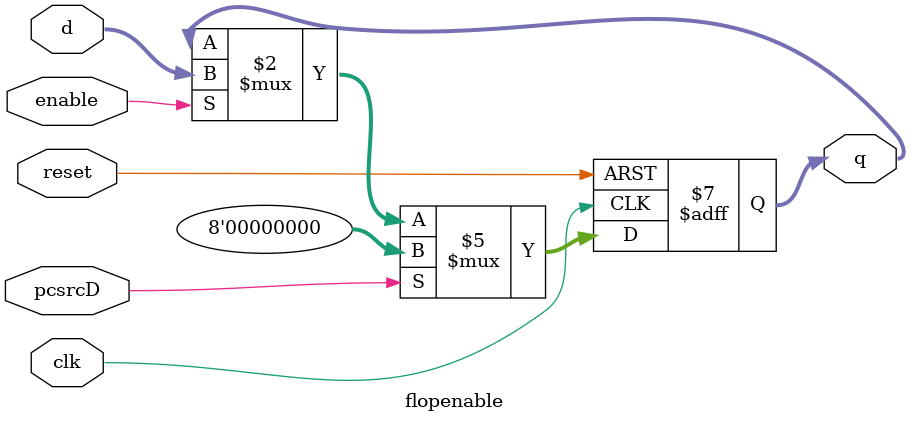
<source format=v>
module flopenable #(parameter WIDTH=8)
				(	
					input enable,clk, reset,pcsrcD,
					input [WIDTH-1:0] d,
					output reg [WIDTH-1:0] q );
					
	always @ (posedge clk, posedge reset) begin
		if (reset) q <= 32'b10111100000000000000000000000000;
		else if(pcsrcD) q <= 32'b10111100000000000000000000000000;
		else if (enable) begin
			q <= d;
		
		end
	end
endmodule
</source>
